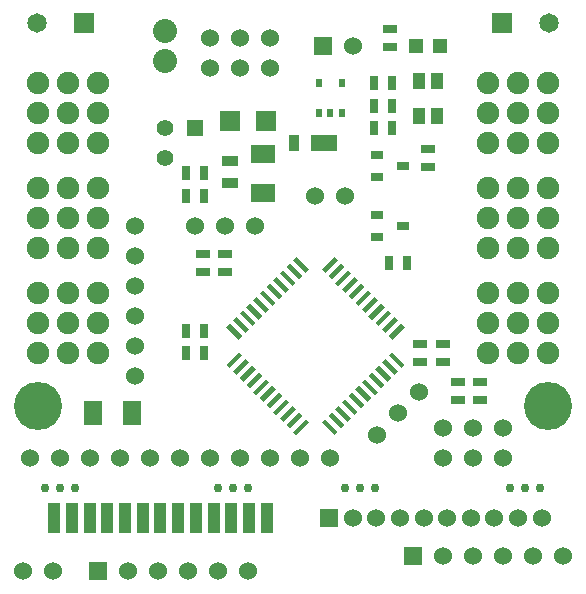
<source format=gts>
G04 (created by PCBNEW (2013-dec-23)-stable) date Thu 04 Sep 2014 08:14:04 PM MDT*
%MOIN*%
G04 Gerber Fmt 3.4, Leading zero omitted, Abs format*
%FSLAX34Y34*%
G01*
G70*
G90*
G04 APERTURE LIST*
%ADD10C,0.00590551*%
%ADD11C,0.08*%
%ADD12C,0.06*%
%ADD13R,0.065X0.065*%
%ADD14C,0.065*%
%ADD15R,0.06X0.06*%
%ADD16R,0.0394X0.0315*%
%ADD17C,0.16*%
%ADD18C,0.075*%
%ADD19R,0.055X0.055*%
%ADD20C,0.055*%
%ADD21R,0.0433071X0.0984252*%
%ADD22R,0.045X0.025*%
%ADD23R,0.025X0.045*%
%ADD24R,0.0472X0.0472*%
%ADD25R,0.02X0.03*%
%ADD26R,0.08X0.06*%
%ADD27R,0.055X0.035*%
%ADD28R,0.0354331X0.0551181*%
%ADD29R,0.0866142X0.0551181*%
%ADD30R,0.07X0.07*%
%ADD31R,0.0433071X0.0551181*%
%ADD32C,0.03*%
%ADD33R,0.06X0.08*%
G04 APERTURE END LIST*
G54D10*
G54D11*
X19500Y-6500D03*
X19500Y-7500D03*
G54D12*
X22000Y-20750D03*
X23000Y-20750D03*
X24000Y-20750D03*
X25000Y-20750D03*
X21000Y-20750D03*
X20000Y-20750D03*
X19000Y-20750D03*
X18000Y-20750D03*
X15000Y-20750D03*
X16000Y-20750D03*
X17000Y-20750D03*
G54D13*
X16787Y-6250D03*
G54D14*
X15212Y-6250D03*
G54D12*
X18500Y-13000D03*
X18500Y-14000D03*
X18500Y-15000D03*
X18500Y-16000D03*
X18500Y-17000D03*
X18500Y-18000D03*
X22500Y-13000D03*
X21500Y-13000D03*
X20500Y-13000D03*
G54D13*
X30712Y-6250D03*
G54D14*
X32287Y-6250D03*
G54D15*
X27750Y-24000D03*
G54D12*
X28750Y-24000D03*
X29750Y-24000D03*
X30750Y-24000D03*
X31750Y-24000D03*
X32750Y-24000D03*
G54D15*
X24956Y-22750D03*
G54D12*
X25744Y-22750D03*
X26531Y-22750D03*
X27318Y-22750D03*
X28106Y-22750D03*
X28893Y-22750D03*
X29681Y-22750D03*
X30468Y-22750D03*
X31255Y-22750D03*
X32043Y-22750D03*
X14750Y-24500D03*
X15750Y-24500D03*
G54D15*
X17250Y-24500D03*
G54D12*
X18250Y-24500D03*
X19250Y-24500D03*
X20250Y-24500D03*
X21250Y-24500D03*
X22250Y-24500D03*
G54D16*
X27433Y-13000D03*
X26567Y-13375D03*
X26567Y-12625D03*
G54D17*
X32250Y-19000D03*
G54D16*
X27433Y-11000D03*
X26567Y-11375D03*
X26567Y-10625D03*
G54D17*
X15250Y-19000D03*
G54D12*
X21000Y-7750D03*
X21000Y-6750D03*
X22000Y-7750D03*
X22000Y-6750D03*
X23000Y-7750D03*
X23000Y-6750D03*
G54D18*
X17250Y-13750D03*
X17250Y-12750D03*
X17250Y-11750D03*
X16250Y-13750D03*
X16250Y-12750D03*
X16250Y-11750D03*
X15250Y-13750D03*
X15250Y-12750D03*
X15250Y-11750D03*
X17250Y-10250D03*
X17250Y-9250D03*
X17250Y-8250D03*
X16250Y-10250D03*
X16250Y-9250D03*
X16250Y-8250D03*
X15250Y-10250D03*
X15250Y-9250D03*
X15250Y-8250D03*
X17250Y-17250D03*
X17250Y-16250D03*
X17250Y-15250D03*
X16250Y-17250D03*
X16250Y-16250D03*
X16250Y-15250D03*
X15250Y-17250D03*
X15250Y-16250D03*
X15250Y-15250D03*
X30250Y-8250D03*
X30250Y-9250D03*
X30250Y-10250D03*
X31250Y-8250D03*
X31250Y-9250D03*
X31250Y-10250D03*
X32250Y-8250D03*
X32250Y-9250D03*
X32250Y-10250D03*
X30250Y-11750D03*
X30250Y-12750D03*
X30250Y-13750D03*
X31250Y-11750D03*
X31250Y-12750D03*
X31250Y-13750D03*
X32250Y-11750D03*
X32250Y-12750D03*
X32250Y-13750D03*
X30250Y-15250D03*
X30250Y-16250D03*
X30250Y-17250D03*
X31250Y-15250D03*
X31250Y-16250D03*
X31250Y-17250D03*
X32250Y-15250D03*
X32250Y-16250D03*
X32250Y-17250D03*
G54D10*
G36*
X23177Y-18435D02*
X22753Y-18859D01*
X22640Y-18746D01*
X23064Y-18322D01*
X23177Y-18435D01*
X23177Y-18435D01*
G37*
G36*
X23400Y-18658D02*
X22976Y-19082D01*
X22863Y-18969D01*
X23287Y-18545D01*
X23400Y-18658D01*
X23400Y-18658D01*
G37*
G36*
X23623Y-18880D02*
X23198Y-19305D01*
X23085Y-19192D01*
X23510Y-18767D01*
X23623Y-18880D01*
X23623Y-18880D01*
G37*
G36*
X23845Y-19103D02*
X23421Y-19527D01*
X23308Y-19414D01*
X23732Y-18990D01*
X23845Y-19103D01*
X23845Y-19103D01*
G37*
G36*
X24068Y-19326D02*
X23644Y-19750D01*
X23531Y-19637D01*
X23955Y-19213D01*
X24068Y-19326D01*
X24068Y-19326D01*
G37*
G36*
X24291Y-19549D02*
X23867Y-19973D01*
X23754Y-19860D01*
X24178Y-19435D01*
X24291Y-19549D01*
X24291Y-19549D01*
G37*
G36*
X22954Y-18212D02*
X22530Y-18636D01*
X22417Y-18523D01*
X22841Y-18099D01*
X22954Y-18212D01*
X22954Y-18212D01*
G37*
G36*
X22732Y-17989D02*
X22307Y-18414D01*
X22194Y-18301D01*
X22619Y-17876D01*
X22732Y-17989D01*
X22732Y-17989D01*
G37*
G36*
X22509Y-17767D02*
X22085Y-18191D01*
X21972Y-18078D01*
X22396Y-17654D01*
X22509Y-17767D01*
X22509Y-17767D01*
G37*
G36*
X22286Y-17544D02*
X21862Y-17968D01*
X21749Y-17855D01*
X22173Y-17431D01*
X22286Y-17544D01*
X22286Y-17544D01*
G37*
G36*
X22064Y-17321D02*
X21639Y-17745D01*
X21526Y-17632D01*
X21950Y-17208D01*
X22064Y-17321D01*
X22064Y-17321D01*
G37*
G36*
X26359Y-15253D02*
X25935Y-15677D01*
X25822Y-15564D01*
X26246Y-15140D01*
X26359Y-15253D01*
X26359Y-15253D01*
G37*
G36*
X26582Y-15476D02*
X26158Y-15900D01*
X26045Y-15787D01*
X26469Y-15363D01*
X26582Y-15476D01*
X26582Y-15476D01*
G37*
G36*
X26805Y-15698D02*
X26380Y-16123D01*
X26267Y-16010D01*
X26692Y-15585D01*
X26805Y-15698D01*
X26805Y-15698D01*
G37*
G36*
X27027Y-15921D02*
X26603Y-16345D01*
X26490Y-16232D01*
X26914Y-15808D01*
X27027Y-15921D01*
X27027Y-15921D01*
G37*
G36*
X27250Y-16144D02*
X26826Y-16568D01*
X26713Y-16455D01*
X27137Y-16031D01*
X27250Y-16144D01*
X27250Y-16144D01*
G37*
G36*
X27473Y-16367D02*
X27049Y-16791D01*
X26935Y-16678D01*
X27360Y-16254D01*
X27473Y-16367D01*
X27473Y-16367D01*
G37*
G36*
X26136Y-15030D02*
X25712Y-15454D01*
X25599Y-15341D01*
X26023Y-14917D01*
X26136Y-15030D01*
X26136Y-15030D01*
G37*
G36*
X25914Y-14807D02*
X25489Y-15232D01*
X25376Y-15119D01*
X25801Y-14694D01*
X25914Y-14807D01*
X25914Y-14807D01*
G37*
G36*
X25691Y-14585D02*
X25267Y-15009D01*
X25154Y-14896D01*
X25578Y-14472D01*
X25691Y-14585D01*
X25691Y-14585D01*
G37*
G36*
X25468Y-14362D02*
X25044Y-14786D01*
X24931Y-14673D01*
X25355Y-14249D01*
X25468Y-14362D01*
X25468Y-14362D01*
G37*
G36*
X25245Y-14139D02*
X24821Y-14564D01*
X24708Y-14450D01*
X25132Y-14026D01*
X25245Y-14139D01*
X25245Y-14139D01*
G37*
G36*
X26359Y-18746D02*
X26246Y-18859D01*
X25822Y-18435D01*
X25935Y-18322D01*
X26359Y-18746D01*
X26359Y-18746D01*
G37*
G36*
X23177Y-15564D02*
X23064Y-15677D01*
X22640Y-15253D01*
X22753Y-15140D01*
X23177Y-15564D01*
X23177Y-15564D01*
G37*
G36*
X26582Y-18523D02*
X26469Y-18636D01*
X26045Y-18212D01*
X26158Y-18099D01*
X26582Y-18523D01*
X26582Y-18523D01*
G37*
G36*
X23400Y-15341D02*
X23287Y-15454D01*
X22863Y-15030D01*
X22976Y-14917D01*
X23400Y-15341D01*
X23400Y-15341D01*
G37*
G36*
X23623Y-15119D02*
X23510Y-15232D01*
X23085Y-14807D01*
X23198Y-14694D01*
X23623Y-15119D01*
X23623Y-15119D01*
G37*
G36*
X26805Y-18301D02*
X26692Y-18414D01*
X26267Y-17989D01*
X26380Y-17876D01*
X26805Y-18301D01*
X26805Y-18301D01*
G37*
G36*
X27027Y-18078D02*
X26914Y-18191D01*
X26490Y-17767D01*
X26603Y-17654D01*
X27027Y-18078D01*
X27027Y-18078D01*
G37*
G36*
X23845Y-14896D02*
X23732Y-15009D01*
X23308Y-14585D01*
X23421Y-14472D01*
X23845Y-14896D01*
X23845Y-14896D01*
G37*
G36*
X24068Y-14673D02*
X23955Y-14786D01*
X23531Y-14362D01*
X23644Y-14249D01*
X24068Y-14673D01*
X24068Y-14673D01*
G37*
G36*
X27250Y-17855D02*
X27137Y-17968D01*
X26713Y-17544D01*
X26826Y-17431D01*
X27250Y-17855D01*
X27250Y-17855D01*
G37*
G36*
X27473Y-17632D02*
X27360Y-17745D01*
X26935Y-17321D01*
X27049Y-17208D01*
X27473Y-17632D01*
X27473Y-17632D01*
G37*
G36*
X24291Y-14450D02*
X24178Y-14564D01*
X23754Y-14139D01*
X23867Y-14026D01*
X24291Y-14450D01*
X24291Y-14450D01*
G37*
G36*
X22954Y-15787D02*
X22841Y-15900D01*
X22417Y-15476D01*
X22530Y-15363D01*
X22954Y-15787D01*
X22954Y-15787D01*
G37*
G36*
X26136Y-18969D02*
X26023Y-19082D01*
X25599Y-18658D01*
X25712Y-18545D01*
X26136Y-18969D01*
X26136Y-18969D01*
G37*
G36*
X25914Y-19192D02*
X25801Y-19305D01*
X25376Y-18880D01*
X25489Y-18767D01*
X25914Y-19192D01*
X25914Y-19192D01*
G37*
G36*
X22732Y-16010D02*
X22619Y-16123D01*
X22194Y-15698D01*
X22307Y-15585D01*
X22732Y-16010D01*
X22732Y-16010D01*
G37*
G36*
X22509Y-16232D02*
X22396Y-16345D01*
X21972Y-15921D01*
X22085Y-15808D01*
X22509Y-16232D01*
X22509Y-16232D01*
G37*
G36*
X25691Y-19414D02*
X25578Y-19527D01*
X25154Y-19103D01*
X25267Y-18990D01*
X25691Y-19414D01*
X25691Y-19414D01*
G37*
G36*
X25468Y-19637D02*
X25355Y-19750D01*
X24931Y-19326D01*
X25044Y-19213D01*
X25468Y-19637D01*
X25468Y-19637D01*
G37*
G36*
X22286Y-16455D02*
X22173Y-16568D01*
X21749Y-16144D01*
X21862Y-16031D01*
X22286Y-16455D01*
X22286Y-16455D01*
G37*
G36*
X22064Y-16678D02*
X21950Y-16791D01*
X21526Y-16367D01*
X21639Y-16254D01*
X22064Y-16678D01*
X22064Y-16678D01*
G37*
G36*
X25245Y-19860D02*
X25132Y-19973D01*
X24708Y-19549D01*
X24821Y-19435D01*
X25245Y-19860D01*
X25245Y-19860D01*
G37*
G54D12*
X30750Y-19750D03*
X30750Y-20750D03*
X29750Y-19750D03*
X29750Y-20750D03*
X28750Y-19750D03*
X28750Y-20750D03*
G54D19*
X20500Y-9750D03*
G54D20*
X19500Y-9750D03*
X19500Y-10750D03*
G54D12*
X27957Y-18542D03*
X26542Y-19957D03*
X27250Y-19250D03*
G54D21*
X15791Y-22750D03*
X16381Y-22750D03*
X16972Y-22750D03*
X17562Y-22750D03*
X18153Y-22750D03*
X18744Y-22750D03*
X19334Y-22750D03*
X19925Y-22750D03*
X20515Y-22750D03*
X21106Y-22750D03*
X21696Y-22750D03*
X22287Y-22750D03*
X22877Y-22750D03*
G54D22*
X28250Y-10450D03*
X28250Y-11050D03*
X27000Y-7050D03*
X27000Y-6450D03*
X28750Y-16950D03*
X28750Y-17550D03*
X28000Y-16950D03*
X28000Y-17550D03*
G54D23*
X26950Y-14250D03*
X27550Y-14250D03*
G54D22*
X29250Y-18200D03*
X29250Y-18800D03*
X20750Y-13950D03*
X20750Y-14550D03*
G54D23*
X20200Y-11250D03*
X20800Y-11250D03*
X20200Y-12000D03*
X20800Y-12000D03*
X20200Y-16500D03*
X20800Y-16500D03*
X20200Y-17250D03*
X20800Y-17250D03*
X26450Y-8250D03*
X27050Y-8250D03*
X26450Y-9750D03*
X27050Y-9750D03*
X26450Y-9000D03*
X27050Y-9000D03*
G54D24*
X28663Y-7000D03*
X27837Y-7000D03*
G54D25*
X24625Y-9250D03*
X25375Y-9250D03*
X24625Y-8250D03*
X25000Y-9250D03*
X25375Y-8250D03*
G54D26*
X22750Y-10600D03*
X22750Y-11900D03*
G54D12*
X24500Y-12000D03*
X25500Y-12000D03*
G54D27*
X21650Y-10825D03*
X21650Y-11575D03*
G54D28*
X23797Y-10250D03*
G54D29*
X24801Y-10250D03*
G54D30*
X21650Y-9500D03*
X22850Y-9500D03*
G54D15*
X24750Y-7000D03*
G54D12*
X25750Y-7000D03*
G54D31*
X27954Y-9340D03*
X28545Y-9340D03*
X28545Y-8159D03*
X27954Y-8159D03*
G54D32*
X31000Y-21750D03*
X31500Y-21750D03*
X32000Y-21750D03*
X25500Y-21750D03*
X26000Y-21750D03*
X26500Y-21750D03*
X21250Y-21750D03*
X21750Y-21750D03*
X22250Y-21750D03*
X15500Y-21750D03*
X16000Y-21750D03*
X16500Y-21750D03*
G54D22*
X30000Y-18800D03*
X30000Y-18200D03*
X21500Y-13950D03*
X21500Y-14550D03*
G54D33*
X18400Y-19250D03*
X17100Y-19250D03*
M02*

</source>
